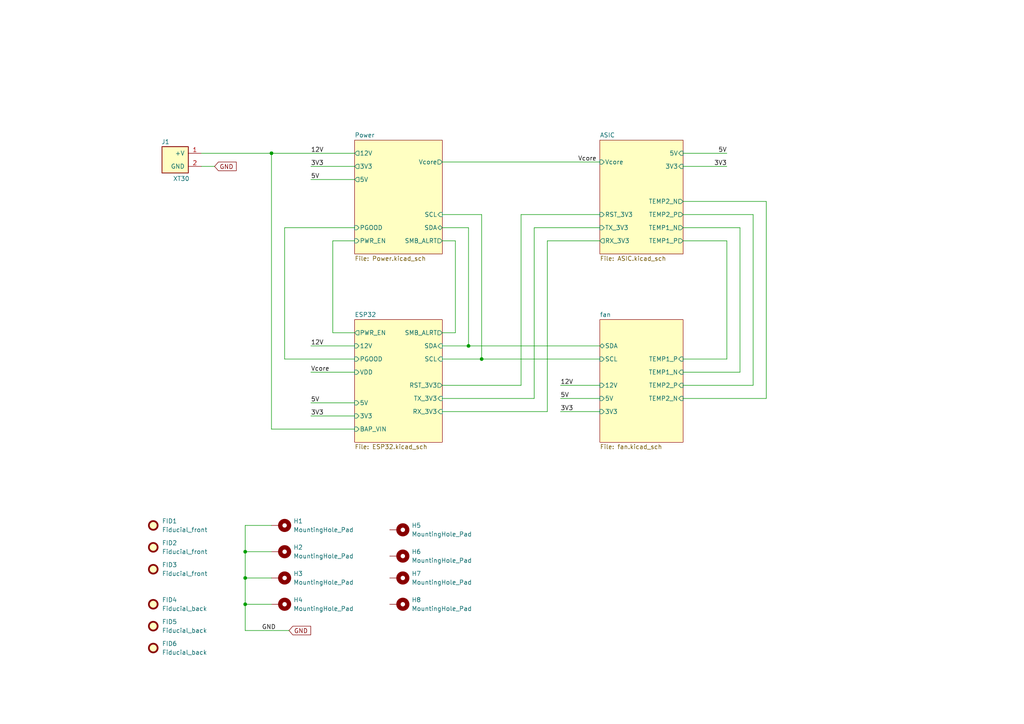
<source format=kicad_sch>
(kicad_sch (version 20250114) (generator "eeschema") (generator_version "9.0")
  (paper "A4")
  (title_block (title "bitaxeGamma Turbo") (date "2025-05-12") (rev "800xxx"))
  (lib_symbols
    (symbol "Mechanical:Fiducial" (exclude_from_sim yes) (in_bom no)
      (property "Reference" "FID" (at 0 5.08 0))
      (property "Value" "Fiducial" (at 0 3.175 0))
      (symbol "Fiducial_0_1"
        (circle (center 0 0) (radius 1.27) (stroke (width 0.508)) (fill (type background)))
      )
    )
    (symbol "Mechanical:MountingHole_Pad" (pin_numbers (hide yes)) (pin_names (offset 1.016) (hide yes)) (exclude_from_sim yes) (in_bom no)
      (property "Reference" "H" (at 0 6.35 0))
      (property "Value" "MountingHole_Pad" (at 0 4.445 0))
      (symbol "MountingHole_Pad_0_1"
        (circle (center 0 1.27) (radius 1.27) (stroke (width 1.27)))
      )
      (symbol "MountingHole_Pad_1_1"
        (pin input line (at 0 -2.54 90) (length 2.54) (name "1") (number "1"))
      )
    )
    (symbol "bitaxe:XT30PW-M" (pin_names (offset 1.016))
      (property "Reference" "J" (at -3.302 4.572 0))
      (property "Value" "XT30" (at -0.254 10.668 0))
      (symbol "XT30PW-M_1_1"
        (rectangle (start -3.81 3.175) (end 3.81 -4.445) (stroke (width 0.254)) (fill (type background)))
        (pin no_connect line (at -7.62 7.62 0) (length 3.81) (hide yes) (name "MNT1") (number "3"))
        (pin power_in line (at -7.62 1.27 0) (length 3.81) (name "+V") (number "1"))
        (pin power_in line (at -7.62 -2.54 0) (length 3.81) (name "GND") (number "2"))
        (pin no_connect line (at -7.62 -7.62 0) (length 3.81) (hide yes) (name "MNT2") (number "4"))
      )
    )
  )
  (junction (at 139.7 104.14))
  (junction (at 71.12 167.64))
  (junction (at 71.12 175.26))
  (junction (at 135.89 100.33))
  (junction (at 78.74 44.45))
  (junction (at 71.12 160.02))
  (wire (pts (xy 198.12 104.14) (xy 210.82 104.14)))
  (wire (pts (xy 128.27 104.14) (xy 139.7 104.14)))
  (wire (pts (xy 210.82 48.26) (xy 198.12 48.26)))
  (wire (pts (xy 139.7 104.14) (xy 173.99 104.14)))
  (wire (pts (xy 154.94 115.57) (xy 128.27 115.57)))
  (wire (pts (xy 71.12 175.26) (xy 71.12 182.88)))
  (wire (pts (xy 71.12 160.02) (xy 71.12 167.64)))
  (wire (pts (xy 151.13 62.23) (xy 151.13 111.76)))
  (wire (pts (xy 135.89 66.04) (xy 135.89 100.33)))
  (wire (pts (xy 210.82 104.14) (xy 210.82 69.85)))
  (wire (pts (xy 78.74 44.45) (xy 102.87 44.45)))
  (wire (pts (xy 158.75 69.85) (xy 173.99 69.85)))
  (wire (pts (xy 132.08 96.52) (xy 132.08 69.85)))
  (wire (pts (xy 222.25 115.57) (xy 222.25 58.42)))
  (wire (pts (xy 198.12 107.95) (xy 214.63 107.95)))
  (wire (pts (xy 71.12 182.88) (xy 83.82 182.88)))
  (wire (pts (xy 158.75 69.85) (xy 158.75 119.38)))
  (wire (pts (xy 210.82 69.85) (xy 198.12 69.85)))
  (wire (pts (xy 82.55 66.04) (xy 82.55 104.14)))
  (wire (pts (xy 198.12 111.76) (xy 218.44 111.76)))
  (wire (pts (xy 96.52 96.52) (xy 102.87 96.52)))
  (wire (pts (xy 154.94 66.04) (xy 173.99 66.04)))
  (wire (pts (xy 151.13 62.23) (xy 173.99 62.23)))
  (wire (pts (xy 222.25 58.42) (xy 198.12 58.42)))
  (wire (pts (xy 78.74 152.4) (xy 71.12 152.4)))
  (wire (pts (xy 198.12 115.57) (xy 222.25 115.57)))
  (wire (pts (xy 90.17 48.26) (xy 102.87 48.26)))
  (wire (pts (xy 71.12 160.02) (xy 78.74 160.02)))
  (wire (pts (xy 154.94 66.04) (xy 154.94 115.57)))
  (wire (pts (xy 128.27 100.33) (xy 135.89 100.33)))
  (wire (pts (xy 71.12 175.26) (xy 78.74 175.26)))
  (wire (pts (xy 96.52 69.85) (xy 96.52 96.52)))
  (wire (pts (xy 162.56 115.57) (xy 173.99 115.57)))
  (wire (pts (xy 158.75 119.38) (xy 128.27 119.38)))
  (wire (pts (xy 214.63 107.95) (xy 214.63 66.04)))
  (wire (pts (xy 90.17 100.33) (xy 102.87 100.33)))
  (wire (pts (xy 90.17 120.65) (xy 102.87 120.65)))
  (wire (pts (xy 218.44 111.76) (xy 218.44 62.23)))
  (wire (pts (xy 218.44 62.23) (xy 198.12 62.23)))
  (wire (pts (xy 162.56 119.38) (xy 173.99 119.38)))
  (wire (pts (xy 58.42 44.45) (xy 78.74 44.45)))
  (wire (pts (xy 90.17 116.84) (xy 102.87 116.84)))
  (wire (pts (xy 135.89 100.33) (xy 173.99 100.33)))
  (wire (pts (xy 78.74 124.46) (xy 102.87 124.46)))
  (wire (pts (xy 78.74 44.45) (xy 78.74 124.46)))
  (wire (pts (xy 162.56 111.76) (xy 173.99 111.76)))
  (wire (pts (xy 128.27 46.99) (xy 173.99 46.99)))
  (wire (pts (xy 71.12 152.4) (xy 71.12 160.02)))
  (wire (pts (xy 102.87 69.85) (xy 96.52 69.85)))
  (wire (pts (xy 128.27 62.23) (xy 139.7 62.23)))
  (wire (pts (xy 71.12 167.64) (xy 71.12 175.26)))
  (wire (pts (xy 214.63 66.04) (xy 198.12 66.04)))
  (wire (pts (xy 210.82 44.45) (xy 198.12 44.45)))
  (wire (pts (xy 58.42 48.26) (xy 62.23 48.26)))
  (wire (pts (xy 90.17 107.95) (xy 102.87 107.95)))
  (wire (pts (xy 128.27 96.52) (xy 132.08 96.52)))
  (wire (pts (xy 132.08 69.85) (xy 128.27 69.85)))
  (wire (pts (xy 82.55 104.14) (xy 102.87 104.14)))
  (wire (pts (xy 128.27 66.04) (xy 135.89 66.04)))
  (wire (pts (xy 90.17 52.07) (xy 102.87 52.07)))
  (wire (pts (xy 139.7 62.23) (xy 139.7 104.14)))
  (wire (pts (xy 151.13 111.76) (xy 128.27 111.76)))
  (wire (pts (xy 82.55 66.04) (xy 102.87 66.04)))
  (wire (pts (xy 71.12 167.64) (xy 78.74 167.64)))
  (label "3V3" (at 90.17 120.65 0))
  (label "GND" (at 80.01 182.88 180))
  (label "3V3" (at 90.17 48.26 0))
  (label "Vcore" (at 90.17 107.95 0))
  (label "5V" (at 90.17 52.07 0))
  (label "3V3" (at 162.56 119.38 0))
  (label "5V" (at 210.82 44.45 180))
  (label "3V3" (at 210.82 48.26 180))
  (label "12V" (at 90.17 44.45 0))
  (label "Vcore" (at 167.64 46.99 0))
  (label "5V" (at 162.56 115.57 0))
  (label "12V" (at 162.56 111.76 0))
  (label "12V" (at 90.17 100.33 0))
  (label "5V" (at 90.17 116.84 0))
  (global_label "GND" (shape input) (at 83.82 182.88 0) (property "Intersheetrefs" "${INTERSHEET_REFS}" (effects (hide yes))))
  (global_label "GND" (shape input) (at 62.23 48.26 0) (property "Intersheetrefs" "${INTERSHEET_REFS}" (effects (hide yes))))
  (symbol (lib_id "Mechanical:MountingHole_Pad") (at 81.28 160.02 270) (unit 1) (exclude_from_sim yes) (in_bom no)
    (property "Reference" "H2" (at 85.09 158.7499 90) (effects (justify left)))
    (property "Value" "MountingHole_Pad" (at 85.09 161.2899 90) (effects (justify left)))
    (property "Footprint" "MountingHole:MountingHole_3.2mm_M3_Pad_Via" (effects (hide yes)))
    (property "Description" "Mounting Hole with connection" (effects (hide yes)))
  )
  (symbol (lib_id "Mechanical:MountingHole_Pad") (at 81.28 175.26 270) (unit 1) (exclude_from_sim yes) (in_bom no)
    (property "Reference" "H4" (at 85.09 173.9899 90) (effects (justify left)))
    (property "Value" "MountingHole_Pad" (at 85.09 176.5299 90) (effects (justify left)))
    (property "Footprint" "MountingHole:MountingHole_3.2mm_M3_Pad_Via" (effects (hide yes)))
    (property "Description" "Mounting Hole with connection" (effects (hide yes)))
  )
  (symbol (lib_id "Mechanical:MountingHole_Pad") (at 115.57 175.26 270) (unit 1) (exclude_from_sim yes) (in_bom no)
    (property "Reference" "H8" (at 119.38 173.9899 90) (effects (justify left)))
    (property "Value" "MountingHole_Pad" (at 119.38 176.5299 90) (effects (justify left)))
    (property "Footprint" "bitaxe:Sinhoo SMTSO3015CTJ" (effects (hide yes)))
    (property "Description" "Mounting Hole with connection" (effects (hide yes)))
  )
  (symbol (lib_id "Mechanical:MountingHole_Pad") (at 81.28 167.64 270) (unit 1) (exclude_from_sim yes) (in_bom no)
    (property "Reference" "H3" (at 85.09 166.3699 90) (effects (justify left)))
    (property "Value" "MountingHole_Pad" (at 85.09 168.9099 90) (effects (justify left)))
    (property "Footprint" "MountingHole:MountingHole_3.2mm_M3_Pad_Via" (effects (hide yes)))
    (property "Description" "Mounting Hole with connection" (effects (hide yes)))
  )
  (symbol (lib_id "Mechanical:MountingHole_Pad") (at 115.57 153.67 270) (unit 1) (exclude_from_sim yes) (in_bom no)
    (property "Reference" "H5" (at 119.38 152.3999 90) (effects (justify left)))
    (property "Value" "MountingHole_Pad" (at 119.38 154.9399 90) (effects (justify left)))
    (property "Footprint" "bitaxe:Sinhoo SMTSO3015CTJ" (effects (hide yes)))
    (property "Description" "Mounting Hole with connection" (effects (hide yes)))
  )
  (symbol (lib_id "Mechanical:MountingHole_Pad") (at 115.57 161.29 270) (unit 1) (exclude_from_sim yes) (in_bom no)
    (property "Reference" "H6" (at 119.38 160.0199 90) (effects (justify left)))
    (property "Value" "MountingHole_Pad" (at 119.38 162.5599 90) (effects (justify left)))
    (property "Footprint" "bitaxe:Sinhoo SMTSO3015CTJ" (effects (hide yes)))
    (property "Description" "Mounting Hole with connection" (effects (hide yes)))
  )
  (symbol (lib_id "bitaxe:XT30PW-M") (at 50.8 45.72 0) (mirror y) (unit 1)
    (property "Reference" "J1" (at 48.006 41.148 0))
    (property "Value" "XT30" (at 52.578 51.816 0))
    (property "Footprint" "bitaxe:XT30PW-M" (effects (hide yes)))
    (property "PARTNO" "XT30PW-M" (effects (hide yes)))
  )
  (symbol (lib_id "Mechanical:Fiducial") (at 44.45 158.75 0) (unit 1) (exclude_from_sim yes) (in_bom no)
    (property "Reference" "FID2" (at 46.99 157.4799 0) (effects (justify left)))
    (property "Value" "Fiducial_front" (at 46.99 160.0199 0) (effects (justify left)))
    (property "Footprint" "Fiducial:Fiducial_1mm_Mask2mm" (effects (hide yes)))
    (property "Description" "Fiducial Marker" (effects (hide yes)))
  )
  (symbol (lib_id "Mechanical:MountingHole_Pad") (at 115.57 167.64 270) (unit 1) (exclude_from_sim yes) (in_bom no)
    (property "Reference" "H7" (at 119.38 166.3699 90) (effects (justify left)))
    (property "Value" "MountingHole_Pad" (at 119.38 168.9099 90) (effects (justify left)))
    (property "Footprint" "bitaxe:Sinhoo SMTSO3015CTJ" (effects (hide yes)))
    (property "Description" "Mounting Hole with connection" (effects (hide yes)))
  )
  (symbol (lib_id "Mechanical:MountingHole_Pad") (at 81.28 152.4 270) (unit 1) (exclude_from_sim yes) (in_bom no)
    (property "Reference" "H1" (at 85.09 151.1299 90) (effects (justify left)))
    (property "Value" "MountingHole_Pad" (at 85.09 153.6699 90) (effects (justify left)))
    (property "Footprint" "MountingHole:MountingHole_3.2mm_M3_Pad_Via" (effects (hide yes)))
    (property "Description" "Mounting Hole with connection" (effects (hide yes)))
  )
  (symbol (lib_id "Mechanical:Fiducial") (at 44.45 152.4 0) (unit 1) (exclude_from_sim yes) (in_bom no)
    (property "Reference" "FID1" (at 46.99 151.1299 0) (effects (justify left)))
    (property "Value" "Fiducial_front" (at 46.99 153.6699 0) (effects (justify left)))
    (property "Footprint" "Fiducial:Fiducial_1mm_Mask2mm" (effects (hide yes)))
    (property "Description" "Fiducial Marker" (effects (hide yes)))
  )
  (symbol (lib_id "Mechanical:Fiducial") (at 44.45 165.1 0) (unit 1) (exclude_from_sim yes) (in_bom no)
    (property "Reference" "FID3" (at 46.99 163.8299 0) (effects (justify left)))
    (property "Value" "Fiducial_front" (at 46.99 166.3699 0) (effects (justify left)))
    (property "Footprint" "Fiducial:Fiducial_1mm_Mask2mm" (effects (hide yes)))
    (property "Description" "Fiducial Marker" (effects (hide yes)))
  )
  (symbol (lib_id "Mechanical:Fiducial") (at 44.45 187.96 0) (unit 1) (exclude_from_sim yes) (in_bom no)
    (property "Reference" "FID6" (at 46.99 186.6899 0) (effects (justify left)))
    (property "Value" "Fiducial_back" (at 46.99 189.2299 0) (effects (justify left)))
    (property "Footprint" "Fiducial:Fiducial_1mm_Mask2mm" (effects (hide yes)))
    (property "Description" "Fiducial Marker" (effects (hide yes)))
  )
  (symbol (lib_id "Mechanical:Fiducial") (at 44.45 175.26 0) (unit 1) (exclude_from_sim yes) (in_bom no)
    (property "Reference" "FID4" (at 46.99 173.9899 0) (effects (justify left)))
    (property "Value" "Fiducial_back" (at 46.99 176.5299 0) (effects (justify left)))
    (property "Footprint" "Fiducial:Fiducial_1mm_Mask2mm" (effects (hide yes)))
    (property "Description" "Fiducial Marker" (effects (hide yes)))
  )
  (symbol (lib_id "Mechanical:Fiducial") (at 44.45 181.61 0) (unit 1) (exclude_from_sim yes) (in_bom no)
    (property "Reference" "FID5" (at 46.99 180.3399 0) (effects (justify left)))
    (property "Value" "Fiducial_back" (at 46.99 182.8799 0) (effects (justify left)))
    (property "Footprint" "Fiducial:Fiducial_1mm_Mask2mm" (effects (hide yes)))
    (property "Description" "Fiducial Marker" (effects (hide yes)))
  )
  (sheet (at 102.87 92.71) (size 25.4 35.56) (stroke (width 0.1524)) (fill (color 255 255 194 1.0000))
    (property "Sheetname" "ESP32" (at 102.87 91.9984 0) (effects (justify left bottom)))
    (property "Sheetfile" "ESP32.kicad_sch" (at 102.87 128.8546 0) (effects (justify left top)))
    (pin "SDA" input (at 128.27 100.33 0))
    (pin "SCL" input (at 128.27 104.14 0))
    (pin "5V" input (at 102.87 116.84 180))
    (pin "SMB_ALRT" output (at 128.27 96.52 0))
    (pin "PGOOD" input (at 102.87 104.14 180))
    (pin "PWR_EN" output (at 102.87 96.52 180))
    (pin "TX_3V3" input (at 128.27 115.57 0))
    (pin "RX_3V3" input (at 128.27 119.38 0))
    (pin "RST_3V3" output (at 128.27 111.76 0))
    (pin "3V3" input (at 102.87 120.65 180))
    (pin "VDD" input (at 102.87 107.95 180))
    (pin "BAP_VIN" input (at 102.87 124.46 180))
    (pin "12V" input (at 102.87 100.33 180))
  )
  (sheet (at 102.87 40.64) (size 25.4 33.02) (stroke (width 0.1524)) (fill (color 255 255 194 1.0000))
    (property "Sheetname" "Power" (at 102.87 39.9284 0) (effects (justify left bottom)))
    (property "Sheetfile" "Power.kicad_sch" (at 102.87 74.2446 0) (effects (justify left top)))
    (pin "Vcore" output (at 128.27 46.99 0))
    (pin "SCL" input (at 128.27 62.23 0))
    (pin "SDA" bidirectional (at 128.27 66.04 0))
    (pin "PWR_EN" input (at 102.87 69.85 180))
    (pin "SMB_ALRT" output (at 128.27 69.85 0))
    (pin "PGOOD" input (at 102.87 66.04 180))
    (pin "3V3" output (at 102.87 48.26 180))
    (pin "5V" output (at 102.87 52.07 180))
    (pin "12V" output (at 102.87 44.45 180))
  )
  (sheet (at 173.99 40.64) (size 24.13 33.02) (stroke (width 0.1524)) (fill (color 255 255 194 1.0000))
    (property "Sheetname" "ASIC" (at 173.99 39.9284 0) (effects (justify left bottom)))
    (property "Sheetfile" "ASIC.kicad_sch" (at 173.99 74.2446 0) (effects (justify left top)))
    (pin "Vcore" input (at 173.99 46.99 180))
    (pin "5V" input (at 198.12 44.45 0))
    (pin "3V3" input (at 198.12 48.26 0))
    (pin "RST_3V3" input (at 173.99 62.23 180))
    (pin "TX_3V3" input (at 173.99 66.04 180))
    (pin "RX_3V3" output (at 173.99 69.85 180))
    (pin "TEMP1_N" output (at 198.12 66.04 0))
    (pin "TEMP2_P" output (at 198.12 62.23 0))
    (pin "TEMP2_N" output (at 198.12 58.42 0))
    (pin "TEMP1_P" output (at 198.12 69.85 0))
  )
  (sheet (at 173.99 92.71) (size 24.13 35.56) (stroke (width 0.1524)) (fill (color 255 255 194 1.0000))
    (property "Sheetname" "fan" (at 173.99 91.9984 0) (effects (justify left bottom)))
    (property "Sheetfile" "fan.kicad_sch" (at 173.99 128.8546 0) (effects (justify left top)))
    (pin "3V3" input (at 173.99 119.38 180))
    (pin "5V" input (at 173.99 115.57 180))
    (pin "12V" input (at 173.99 111.76 180))
    (pin "SCL" input (at 173.99 104.14 180))
    (pin "SDA" bidirectional (at 173.99 100.33 180))
    (pin "TEMP1_N" input (at 198.12 107.95 0))
    (pin "TEMP2_P" input (at 198.12 111.76 0))
    (pin "TEMP2_N" input (at 198.12 115.57 0))
    (pin "TEMP1_P" input (at 198.12 104.14 0))
  )
)
</source>
